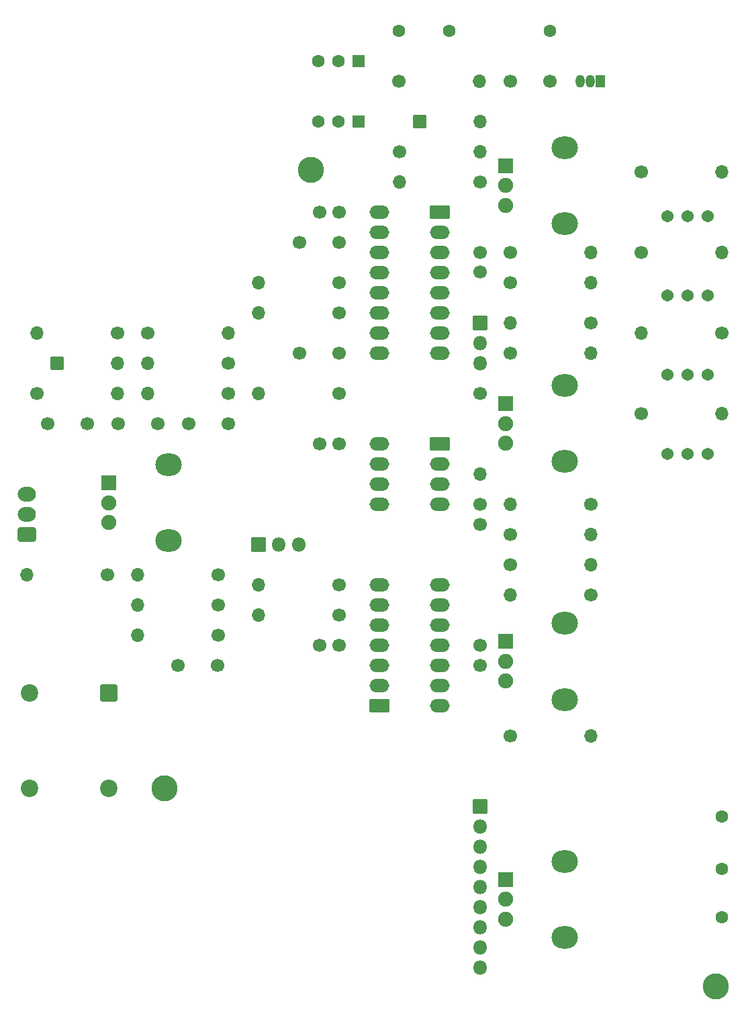
<source format=gbs>
G04 #@! TF.GenerationSoftware,KiCad,Pcbnew,6.0.1-79c1e3a40b~116~ubuntu20.04.1*
G04 #@! TF.CreationDate,2022-01-30T07:26:04-05:00*
G04 #@! TF.ProjectId,herovco_front,6865726f-7663-46f5-9f66-726f6e742e6b,rev?*
G04 #@! TF.SameCoordinates,Original*
G04 #@! TF.FileFunction,Soldermask,Bot*
G04 #@! TF.FilePolarity,Negative*
%FSLAX46Y46*%
G04 Gerber Fmt 4.6, Leading zero omitted, Abs format (unit mm)*
G04 Created by KiCad (PCBNEW 6.0.1-79c1e3a40b~116~ubuntu20.04.1) date 2022-01-30 07:26:04*
%MOMM*%
%LPD*%
G01*
G04 APERTURE LIST*
G04 Aperture macros list*
%AMRoundRect*
0 Rectangle with rounded corners*
0 $1 Rounding radius*
0 $2 $3 $4 $5 $6 $7 $8 $9 X,Y pos of 4 corners*
0 Add a 4 corners polygon primitive as box body*
4,1,4,$2,$3,$4,$5,$6,$7,$8,$9,$2,$3,0*
0 Add four circle primitives for the rounded corners*
1,1,$1+$1,$2,$3*
1,1,$1+$1,$4,$5*
1,1,$1+$1,$6,$7*
1,1,$1+$1,$8,$9*
0 Add four rect primitives between the rounded corners*
20,1,$1+$1,$2,$3,$4,$5,0*
20,1,$1+$1,$4,$5,$6,$7,0*
20,1,$1+$1,$6,$7,$8,$9,0*
20,1,$1+$1,$8,$9,$2,$3,0*%
G04 Aperture macros list end*
%ADD10C,1.600000*%
%ADD11C,1.540000*%
%ADD12O,3.340000X2.820000*%
%ADD13RoundRect,0.050000X0.900000X-0.900000X0.900000X0.900000X-0.900000X0.900000X-0.900000X-0.900000X0*%
%ADD14C,1.900000*%
%ADD15C,2.200000*%
%ADD16RoundRect,0.300001X-0.799999X-0.799999X0.799999X-0.799999X0.799999X0.799999X-0.799999X0.799999X0*%
%ADD17C,3.300000*%
%ADD18C,1.700000*%
%ADD19O,1.700000X1.700000*%
%ADD20RoundRect,0.050000X1.200000X0.800000X-1.200000X0.800000X-1.200000X-0.800000X1.200000X-0.800000X0*%
%ADD21O,2.500000X1.700000*%
%ADD22RoundRect,0.050000X0.525000X0.750000X-0.525000X0.750000X-0.525000X-0.750000X0.525000X-0.750000X0*%
%ADD23O,1.150000X1.600000*%
%ADD24RoundRect,0.050000X-0.800000X-0.800000X0.800000X-0.800000X0.800000X0.800000X-0.800000X0.800000X0*%
%ADD25RoundRect,0.050000X0.850000X0.850000X-0.850000X0.850000X-0.850000X-0.850000X0.850000X-0.850000X0*%
%ADD26O,1.800000X1.800000*%
%ADD27RoundRect,0.050000X-1.200000X-0.800000X1.200000X-0.800000X1.200000X0.800000X-1.200000X0.800000X0*%
%ADD28RoundRect,0.300000X0.850000X-0.620000X0.850000X0.620000X-0.850000X0.620000X-0.850000X-0.620000X0*%
%ADD29O,2.300000X1.840000*%
%ADD30RoundRect,0.050000X0.750000X-0.750000X0.750000X0.750000X-0.750000X0.750000X-0.750000X-0.750000X0*%
%ADD31RoundRect,0.050000X-0.850000X0.850000X-0.850000X-0.850000X0.850000X-0.850000X0.850000X0.850000X0*%
G04 APERTURE END LIST*
D10*
G04 #@! TO.C,TP3*
X194789997Y-150739997D03*
G04 #@! TD*
D11*
G04 #@! TO.C,RV2*
X193039997Y-72349997D03*
X190499997Y-72349997D03*
X187959997Y-72349997D03*
G04 #@! TD*
D10*
G04 #@! TO.C,TP5*
X194789997Y-144629997D03*
G04 #@! TD*
D12*
G04 #@! TO.C,RV3*
X174999997Y-113699997D03*
X174999997Y-123299997D03*
D13*
X167499997Y-115999997D03*
D14*
X167499997Y-118499997D03*
X167499997Y-120999997D03*
G04 #@! TD*
D15*
G04 #@! TO.C,J8*
X107499997Y-122499997D03*
G04 #@! TD*
G04 #@! TO.C,J6*
X117499997Y-134499997D03*
G04 #@! TD*
D10*
G04 #@! TO.C,TP6*
X173119997Y-38979997D03*
G04 #@! TD*
D16*
G04 #@! TO.C,J5*
X117499997Y-122499997D03*
G04 #@! TD*
D15*
G04 #@! TO.C,J7*
X107499997Y-134499997D03*
G04 #@! TD*
D10*
G04 #@! TO.C,TP1*
X194789997Y-138039997D03*
G04 #@! TD*
D12*
G04 #@! TO.C,RV7*
X174999997Y-63299997D03*
X174999997Y-53699997D03*
D13*
X167499997Y-55999997D03*
D14*
X167499997Y-58499997D03*
X167499997Y-60999997D03*
G04 #@! TD*
D12*
G04 #@! TO.C,RV1*
X124999997Y-103299997D03*
X124999997Y-93699997D03*
D13*
X117499997Y-95999997D03*
D14*
X117499997Y-98499997D03*
X117499997Y-100999997D03*
G04 #@! TD*
D10*
G04 #@! TO.C,TP2*
X160419997Y-38979997D03*
G04 #@! TD*
D11*
G04 #@! TO.C,RV9*
X193039997Y-82349997D03*
X190499997Y-82349997D03*
X187959997Y-82349997D03*
G04 #@! TD*
G04 #@! TO.C,RV6*
X193039997Y-62349997D03*
X190499997Y-62349997D03*
X187959997Y-62349997D03*
G04 #@! TD*
D17*
G04 #@! TO.C,H1*
X124499997Y-134499997D03*
G04 #@! TD*
G04 #@! TO.C,H3*
X193999997Y-159499997D03*
G04 #@! TD*
D12*
G04 #@! TO.C,RV8*
X174999997Y-83699997D03*
X174999997Y-93299997D03*
D13*
X167499997Y-85999997D03*
D14*
X167499997Y-88499997D03*
X167499997Y-90999997D03*
G04 #@! TD*
D11*
G04 #@! TO.C,RV5*
X193039997Y-92349997D03*
X190499997Y-92349997D03*
X187959997Y-92349997D03*
G04 #@! TD*
D10*
G04 #@! TO.C,TP4*
X154069997Y-38979997D03*
G04 #@! TD*
D12*
G04 #@! TO.C,RV4*
X174999997Y-153299997D03*
X174999997Y-143699997D03*
D13*
X167499997Y-145999997D03*
D14*
X167499997Y-148499997D03*
X167499997Y-150999997D03*
G04 #@! TD*
D17*
G04 #@! TO.C,H2*
X142999997Y-56499997D03*
G04 #@! TD*
D18*
G04 #@! TO.C,R25*
X168119997Y-66919997D03*
D19*
X178279997Y-66919997D03*
G04 #@! TD*
D18*
G04 #@! TO.C,C7*
X126209997Y-118989997D03*
X131209997Y-118989997D03*
G04 #@! TD*
G04 #@! TO.C,C8*
X141489997Y-65649997D03*
X146489997Y-65649997D03*
G04 #@! TD*
G04 #@! TO.C,R14*
X122399997Y-77079997D03*
D19*
X132559997Y-77079997D03*
G04 #@! TD*
D18*
G04 #@! TO.C,C5*
X164309997Y-118989997D03*
X164309997Y-116489997D03*
G04 #@! TD*
G04 #@! TO.C,R1*
X168119997Y-70729997D03*
D19*
X178279997Y-70729997D03*
G04 #@! TD*
D18*
G04 #@! TO.C,C9*
X141529997Y-79619997D03*
X146529997Y-79619997D03*
G04 #@! TD*
G04 #@! TO.C,R28*
X164309997Y-84699997D03*
D19*
X164309997Y-94859997D03*
G04 #@! TD*
D18*
G04 #@! TO.C,R2*
X184629997Y-66919997D03*
D19*
X194789997Y-66919997D03*
G04 #@! TD*
D20*
G04 #@! TO.C,U2*
X159219997Y-91049997D03*
D21*
X159219997Y-93589997D03*
X159219997Y-96129997D03*
X159219997Y-98669997D03*
X151599997Y-98669997D03*
X151599997Y-96129997D03*
X151599997Y-93589997D03*
X151599997Y-91049997D03*
G04 #@! TD*
D18*
G04 #@! TO.C,R4*
X131289997Y-107559997D03*
D19*
X121129997Y-107559997D03*
G04 #@! TD*
D18*
G04 #@! TO.C,R15*
X132559997Y-80889997D03*
D19*
X122399997Y-80889997D03*
G04 #@! TD*
D18*
G04 #@! TO.C,R3*
X164309997Y-58029997D03*
D19*
X154149997Y-58029997D03*
G04 #@! TD*
D18*
G04 #@! TO.C,C11*
X123669997Y-88509997D03*
X118669997Y-88509997D03*
G04 #@! TD*
G04 #@! TO.C,C12*
X114779997Y-88509997D03*
X109779997Y-88509997D03*
G04 #@! TD*
D22*
G04 #@! TO.C,U6*
X179469997Y-45329997D03*
D23*
X178199997Y-45329997D03*
X176929997Y-45329997D03*
G04 #@! TD*
D18*
G04 #@! TO.C,C4*
X146529997Y-116449997D03*
X144029997Y-116449997D03*
G04 #@! TD*
G04 #@! TO.C,R13*
X146529997Y-74539997D03*
D19*
X136369997Y-74539997D03*
G04 #@! TD*
D24*
G04 #@! TO.C,D2*
X156689997Y-50409997D03*
D19*
X164309997Y-50409997D03*
G04 #@! TD*
D18*
G04 #@! TO.C,R19*
X184629997Y-87239997D03*
D19*
X194789997Y-87239997D03*
G04 #@! TD*
D25*
G04 #@! TO.C,J2*
X164309997Y-75809997D03*
D26*
X164309997Y-78349997D03*
X164309997Y-80889997D03*
G04 #@! TD*
D20*
G04 #@! TO.C,U3*
X159219997Y-61829997D03*
D21*
X159219997Y-64369997D03*
X159219997Y-66909997D03*
X159219997Y-69449997D03*
X159219997Y-71989997D03*
X159219997Y-74529997D03*
X159219997Y-77069997D03*
X159219997Y-79609997D03*
X151599997Y-79609997D03*
X151599997Y-77069997D03*
X151599997Y-74529997D03*
X151599997Y-71989997D03*
X151599997Y-69449997D03*
X151599997Y-66909997D03*
X151599997Y-64369997D03*
X151599997Y-61829997D03*
G04 #@! TD*
D18*
G04 #@! TO.C,R22*
X108429997Y-84699997D03*
D19*
X118589997Y-84699997D03*
G04 #@! TD*
D18*
G04 #@! TO.C,R30*
X194789997Y-77079997D03*
D19*
X184629997Y-77079997D03*
G04 #@! TD*
D18*
G04 #@! TO.C,C1*
X164309997Y-66919997D03*
X164309997Y-69419997D03*
G04 #@! TD*
G04 #@! TO.C,R5*
X131289997Y-115179997D03*
D19*
X121129997Y-115179997D03*
G04 #@! TD*
D18*
G04 #@! TO.C,R6*
X131289997Y-111369997D03*
D19*
X121129997Y-111369997D03*
G04 #@! TD*
D18*
G04 #@! TO.C,R9*
X178279997Y-110099997D03*
D19*
X168119997Y-110099997D03*
G04 #@! TD*
D18*
G04 #@! TO.C,R20*
X184629997Y-56759997D03*
D19*
X194789997Y-56759997D03*
G04 #@! TD*
D25*
G04 #@! TO.C,J1*
X164309997Y-136769997D03*
D26*
X164309997Y-139309997D03*
X164309997Y-141849997D03*
X164309997Y-144389997D03*
X164309997Y-146929997D03*
X164309997Y-149469997D03*
X164309997Y-152009997D03*
X164309997Y-154549997D03*
X164309997Y-157089997D03*
G04 #@! TD*
D18*
G04 #@! TO.C,R24*
X154069997Y-45329997D03*
D19*
X164229997Y-45329997D03*
G04 #@! TD*
D18*
G04 #@! TO.C,R31*
X168119997Y-102479997D03*
D19*
X178279997Y-102479997D03*
G04 #@! TD*
D18*
G04 #@! TO.C,R26*
X168119997Y-79619997D03*
D19*
X178279997Y-79619997D03*
G04 #@! TD*
D24*
G04 #@! TO.C,D1*
X110969997Y-80889997D03*
D19*
X118589997Y-80889997D03*
G04 #@! TD*
D18*
G04 #@! TO.C,R11*
X146529997Y-70729997D03*
D19*
X136369997Y-70729997D03*
G04 #@! TD*
D27*
G04 #@! TO.C,U1*
X151619997Y-124069997D03*
D21*
X151619997Y-121529997D03*
X151619997Y-118989997D03*
X151619997Y-116449997D03*
X151619997Y-113909997D03*
X151619997Y-111369997D03*
X151619997Y-108829997D03*
X159239997Y-108829997D03*
X159239997Y-111369997D03*
X159239997Y-113909997D03*
X159239997Y-116449997D03*
X159239997Y-118989997D03*
X159239997Y-121529997D03*
X159239997Y-124069997D03*
G04 #@! TD*
D28*
G04 #@! TO.C,J4*
X107159997Y-102479997D03*
D29*
X107159997Y-99939997D03*
X107159997Y-97399997D03*
G04 #@! TD*
D18*
G04 #@! TO.C,R27*
X178279997Y-98669997D03*
D19*
X168119997Y-98669997D03*
G04 #@! TD*
D18*
G04 #@! TO.C,C13*
X168079997Y-45329997D03*
X173079997Y-45329997D03*
G04 #@! TD*
G04 #@! TO.C,C6*
X146529997Y-61839997D03*
X144029997Y-61839997D03*
G04 #@! TD*
G04 #@! TO.C,R10*
X146529997Y-112639997D03*
D19*
X136369997Y-112639997D03*
G04 #@! TD*
D18*
G04 #@! TO.C,R23*
X154149997Y-54219997D03*
D19*
X164309997Y-54219997D03*
G04 #@! TD*
D18*
G04 #@! TO.C,R18*
X132559997Y-84699997D03*
D19*
X122399997Y-84699997D03*
G04 #@! TD*
D30*
G04 #@! TO.C,U4*
X148989997Y-50409997D03*
D10*
X146449997Y-50409997D03*
X143909997Y-50409997D03*
G04 #@! TD*
D31*
G04 #@! TO.C,J3*
X136384997Y-103749997D03*
D26*
X138924997Y-103749997D03*
X141464997Y-103749997D03*
G04 #@! TD*
D18*
G04 #@! TO.C,C10*
X127519997Y-88509997D03*
X132519997Y-88509997D03*
G04 #@! TD*
G04 #@! TO.C,C3*
X164309997Y-101209997D03*
X164309997Y-98709997D03*
G04 #@! TD*
G04 #@! TO.C,R16*
X118589997Y-77079997D03*
D19*
X108429997Y-77079997D03*
G04 #@! TD*
D18*
G04 #@! TO.C,R8*
X168119997Y-127879997D03*
D19*
X178279997Y-127879997D03*
G04 #@! TD*
D18*
G04 #@! TO.C,R21*
X146529997Y-108829997D03*
D19*
X136369997Y-108829997D03*
G04 #@! TD*
D30*
G04 #@! TO.C,U5*
X148989997Y-42789997D03*
D10*
X146449997Y-42789997D03*
X143909997Y-42789997D03*
G04 #@! TD*
D18*
G04 #@! TO.C,R12*
X168119997Y-106289997D03*
D19*
X178279997Y-106289997D03*
G04 #@! TD*
D18*
G04 #@! TO.C,R7*
X117319997Y-107559997D03*
D19*
X107159997Y-107559997D03*
G04 #@! TD*
D18*
G04 #@! TO.C,R29*
X178279997Y-75809997D03*
D19*
X168119997Y-75809997D03*
G04 #@! TD*
D18*
G04 #@! TO.C,R17*
X146529997Y-84699997D03*
D19*
X136369997Y-84699997D03*
G04 #@! TD*
D18*
G04 #@! TO.C,C2*
X146529997Y-91049997D03*
X144029997Y-91049997D03*
G04 #@! TD*
M02*

</source>
